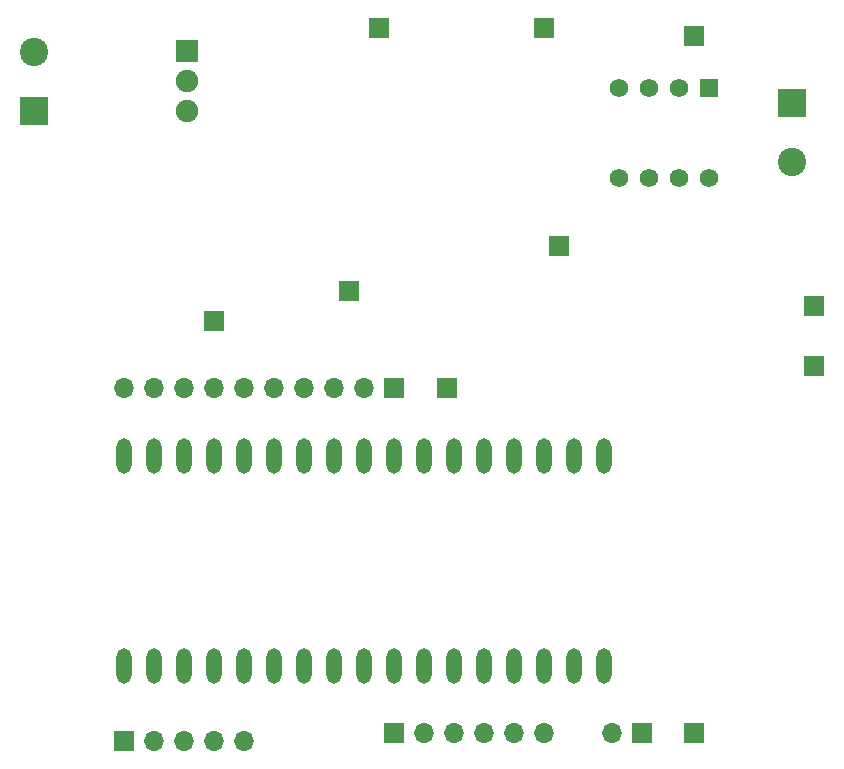
<source format=gbr>
G04 #@! TF.GenerationSoftware,KiCad,Pcbnew,(5.1.7)-1*
G04 #@! TF.CreationDate,2020-10-18T11:25:50+11:00*
G04 #@! TF.ProjectId,RX,52582e6b-6963-4616-945f-706362585858,rev?*
G04 #@! TF.SameCoordinates,Original*
G04 #@! TF.FileFunction,Soldermask,Bot*
G04 #@! TF.FilePolarity,Negative*
%FSLAX46Y46*%
G04 Gerber Fmt 4.6, Leading zero omitted, Abs format (unit mm)*
G04 Created by KiCad (PCBNEW (5.1.7)-1) date 2020-10-18 11:25:50*
%MOMM*%
%LPD*%
G01*
G04 APERTURE LIST*
%ADD10R,2.400000X2.400000*%
%ADD11C,2.400000*%
%ADD12R,1.700000X1.700000*%
%ADD13O,1.700000X1.700000*%
%ADD14R,1.905000X1.905000*%
%ADD15C,1.905000*%
%ADD16O,1.300000X3.000000*%
%ADD17C,1.575000*%
%ADD18R,1.575000X1.575000*%
G04 APERTURE END LIST*
D10*
X168275000Y-48895000D03*
D11*
X168275000Y-53895000D03*
D12*
X111760000Y-102870000D03*
D13*
X114300000Y-102870000D03*
X116840000Y-102870000D03*
X119380000Y-102870000D03*
X121920000Y-102870000D03*
D14*
X117094000Y-44450000D03*
D15*
X117094000Y-46990000D03*
X117094000Y-49530000D03*
D16*
X152400000Y-96512380D03*
X152400000Y-78732380D03*
X149860000Y-96520000D03*
X149860000Y-78740000D03*
X147320000Y-96520000D03*
X147320000Y-78740000D03*
X144780000Y-96512380D03*
X144780000Y-78740000D03*
X142240000Y-96512380D03*
X142240000Y-78740000D03*
X139700000Y-96520000D03*
X139700000Y-78740000D03*
X137160000Y-96512380D03*
X137160000Y-78740000D03*
X134620000Y-96520000D03*
X134620000Y-78732380D03*
X132080000Y-96512380D03*
X132080000Y-78732380D03*
X129540000Y-96512380D03*
X129540000Y-78732380D03*
X127000000Y-96512380D03*
X127000000Y-78732380D03*
X124460000Y-96512380D03*
X124460000Y-78740000D03*
X121920000Y-96512380D03*
X121920000Y-78732380D03*
X119380000Y-96520000D03*
X119380000Y-78732380D03*
X116840000Y-96512380D03*
X116840000Y-78740000D03*
X114300000Y-96512380D03*
X114300000Y-78740000D03*
X111760000Y-96520000D03*
X111760000Y-78740000D03*
D10*
X104140000Y-49530000D03*
D11*
X104140000Y-44530000D03*
D12*
X139065000Y-73025000D03*
X160020000Y-102235000D03*
X134620000Y-102235000D03*
D13*
X137160000Y-102235000D03*
X139700000Y-102235000D03*
X142240000Y-102235000D03*
X144780000Y-102235000D03*
X147320000Y-102235000D03*
D12*
X134620000Y-73025000D03*
D13*
X132080000Y-73025000D03*
X129540000Y-73025000D03*
X127000000Y-73025000D03*
X124460000Y-73025000D03*
X121920000Y-73025000D03*
X119380000Y-73025000D03*
X116840000Y-73025000D03*
X114300000Y-73025000D03*
X111760000Y-73025000D03*
D12*
X155575000Y-102235000D03*
D13*
X153035000Y-102235000D03*
D12*
X170180000Y-71120000D03*
X130810000Y-64770000D03*
X170180000Y-66040000D03*
X148590000Y-60960000D03*
X147320000Y-42545000D03*
X119380000Y-67310000D03*
X133350000Y-42545000D03*
D17*
X161290000Y-55245000D03*
X158750000Y-55245000D03*
X156210000Y-55245000D03*
X153670000Y-55245000D03*
X153670000Y-47625000D03*
X156210000Y-47625000D03*
X158750000Y-47625000D03*
D18*
X161290000Y-47625000D03*
D12*
X160020000Y-43180000D03*
M02*

</source>
